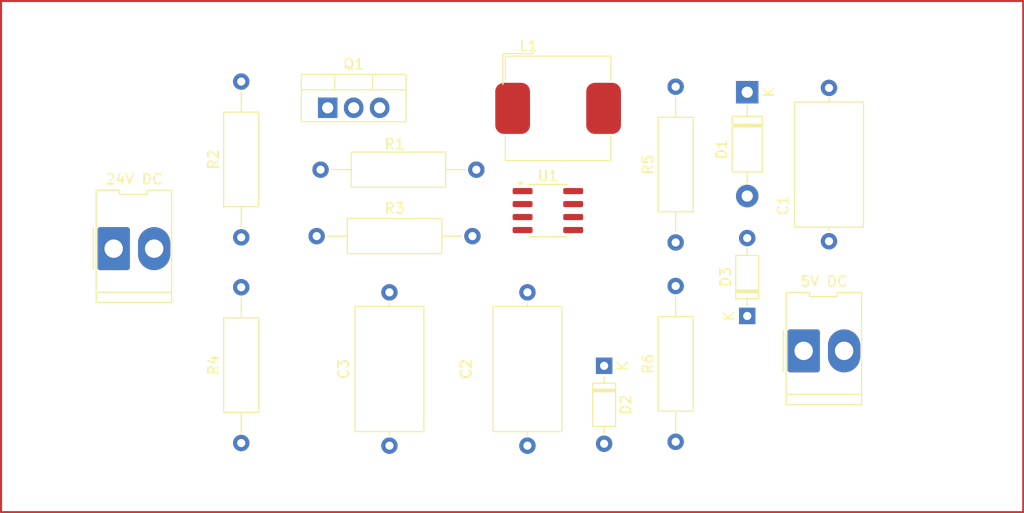
<source format=kicad_pcb>
(kicad_pcb (version 20240108) (generator "pcbnew") (generator_version "8.0")
  (layers (0 "F.Cu" signal) (31 "B.Cu" signal) (34 "B.Paste" user) (35 "F.Paste" user) (36 "B.SilkS" user "B.Silkscreen") (37 "F.SilkS" user "F.Silkscreen") (38 "B.Mask" user) (39 "F.Mask" user) (44 "Edge.Cuts" user))
  (net 0 "")
  (net 1 "GND")
  (net 2 "Net-(D1-K)")
  (net 3 "Net-(D2-K)")
  (net 4 "Net-(D2-A)")
  (net 5 "Net-(D3-A)")
  (net 6 "Net-(Conn_01x02_2-Pin_1)")
  (net 7 "Net-(Q1-G)")
  (net 8 "Net-(U1-CV)")
  (net 9 "Net-(U1-Q)")
  (net 10 "Net-(U1-R)")
  (net 11 "Net-(Conn_01x02_1-Pin_2)")
  (footprint "Resistor_THT:R_Axial_DIN0309_L9.0mm_D3.2mm_P15.24mm_Horizontal" (layer "F.Cu") (at 123.5 93.24 90)
    (property "Reference" "R4" (at 7.62 -2.72 -90) (layer "F.SilkS"))
    (property "Value" "10k")
    (fp_line (start 12.24 -1.72) (end 3 -1.72) (stroke (width 0.12)) (layer "F.SilkS"))
    (fp_line (start 3 -1.72) (end 3 1.72) (stroke (width 0.12)) (layer "F.SilkS"))
    (fp_line (start 14.2 0) (end 12.24 0) (stroke (width 0.12)) (layer "F.SilkS"))
    (fp_line (start 1.04 0) (end 3 0) (stroke (width 0.12)) (layer "F.SilkS"))
    (fp_line (start 12.24 1.72) (end 12.24 -1.72) (stroke (width 0.12)) (layer "F.SilkS"))
    (fp_line (start 3 1.72) (end 12.24 1.72) (stroke (width 0.12)) (layer "F.SilkS"))
    (pad "1" thru_hole circle (at 0 0 90) (size 1.6 1.6) (drill 0.8) (layers "*.Cu" "*.Mask") (net 1 "GND"))
    (pad "2" thru_hole oval (at 15.24 0 90) (size 1.6 1.6) (drill 0.8) (layers "*.Cu" "*.Mask") (net 10 "Net-(U1-R)"))
  )
  (footprint "Resistor_THT:R_Axial_DIN0309_L9.0mm_D3.2mm_P15.24mm_Horizontal" (layer "F.Cu") (at 146.5 66.5 180)
    (property "Reference" "R1" (at 8 2.5 180) (layer "F.SilkS"))
    (property "Value" "3.6k")
    (fp_line (start 14.2 0) (end 12.24 0) (stroke (width 0.12)) (layer "F.SilkS"))
    (fp_line (start 12.24 1.72) (end 12.24 -1.72) (stroke (width 0.12)) (layer "F.SilkS"))
    (fp_line (start 12.24 -1.72) (end 3 -1.72) (stroke (width 0.12)) (layer "F.SilkS"))
    (fp_line (start 3 1.72) (end 12.24 1.72) (stroke (width 0.12)) (layer "F.SilkS"))
    (fp_line (start 3 -1.72) (end 3 1.72) (stroke (width 0.12)) (layer "F.SilkS"))
    (fp_line (start 1.04 0) (end 3 0) (stroke (width 0.12)) (layer "F.SilkS"))
    (pad "1" thru_hole circle (at 0 0 180) (size 1.6 1.6) (drill 0.8) (layers "*.Cu" "*.Mask") (net 9 "Net-(U1-Q)"))
    (pad "2" thru_hole oval (at 15.24 0 180) (size 1.6 1.6) (drill 0.8) (layers "*.Cu" "*.Mask") (net 7 "Net-(Q1-G)"))
  )
  (footprint "Resistor_THT:R_Axial_DIN0309_L9.0mm_D3.2mm_P15.24mm_Horizontal" (layer "F.Cu") (at 130.88 73)
    (property "Reference" "R3" (at 7.62 -2.72 0) (layer "F.SilkS"))
    (property "Value" "10k")
    (fp_line (start 1.04 0) (end 3 0) (stroke (width 0.12)) (layer "F.SilkS"))
    (fp_line (start 3 -1.72) (end 3 1.72) (stroke (width 0.12)) (layer "F.SilkS"))
    (fp_line (start 3 1.72) (end 12.24 1.72) (stroke (width 0.12)) (layer "F.SilkS"))
    (fp_line (start 12.24 -1.72) (end 3 -1.72) (stroke (width 0.12)) (layer "F.SilkS"))
    (fp_line (start 12.24 1.72) (end 12.24 -1.72) (stroke (width 0.12)) (layer "F.SilkS"))
    (fp_line (start 14.2 0) (end 12.24 0) (stroke (width 0.12)) (layer "F.SilkS"))
    (pad "1" thru_hole circle (at 0 0) (size 1.6 1.6) (drill 0.8) (layers "*.Cu" "*.Mask") (net 7 "Net-(Q1-G)"))
    (pad "2" thru_hole oval (at 15.24 0) (size 1.6 1.6) (drill 0.8) (layers "*.Cu" "*.Mask") (net 1 "GND"))
  )
  (footprint "Inductor_SMD:L_Bourns_SRP1050WA" (layer "F.Cu") (at 154.5 60.5)
    (property "Reference" "L1" (at -2.9 -6.09 0) (layer "F.SilkS"))
    (property "Value" "9.15uH")
    (fp_line (start -5.4 -5.35) (end -2.4 -5.35) (stroke (width 0.12)) (layer "F.SilkS"))
    (fp_line (start -5.4 -2.35) (end -5.4 -5.35) (stroke (width 0.12)) (layer "F.SilkS"))
    (fp_line (start -5.16 -5.11) (end -5.16 -2.75) (stroke (width 0.12)) (layer "F.SilkS"))
    (fp_line (start -5.16 -5.11) (end 5.16 -5.11) (stroke (width 0.12)) (layer "F.SilkS"))
    (fp_line (start -5.16 2.75) (end -5.16 5.11) (stroke (width 0.12)) (layer "F.SilkS"))
    (fp_line (start -5.16 5.11) (end 5.16 5.11) (stroke (width 0.12)) (layer "F.SilkS"))
    (fp_line (start 5.16 -5.11) (end 5.16 -2.75) (stroke (width 0.12)) (layer "F.SilkS"))
    (fp_line (start 5.16 2.75) (end 5.16 5.11) (stroke (width 0.12)) (layer "F.SilkS"))
    (pad "1" smd roundrect (at -4.45 0) (size 3.4 5) (layers "F.Cu" "F.Paste" "F.Mask") (net 2 "Net-(D1-K)"))
    (pad "2" smd roundrect (at 4.45 0) (size 3.4 5) (layers "F.Cu" "F.Paste" "F.Mask") (net 6 "Net-(Conn_01x02_2-Pin_1)"))
  )
  (footprint "Diode_THT:D_DO-41_SOD81_P10.16mm_Horizontal" (layer "F.Cu") (at 173 58.92 -90)
    (property "Reference" "D1" (at 5.58 2.5 90) (layer "F.SilkS"))
    (property "Value" "1N5817")
    (fp_line (start 2.36 1.47) (end 7.8 1.47) (stroke (width 0.12)) (layer "F.SilkS"))
    (fp_line (start 7.8 1.47) (end 7.8 -1.47) (stroke (width 0.12)) (layer "F.SilkS"))
    (fp_line (start 1.34 0) (end 2.36 0) (stroke (width 0.12)) (layer "F.SilkS"))
    (fp_line (start 8.82 0) (end 7.8 0) (stroke (width 0.12)) (layer "F.SilkS"))
    (fp_line (start 2.36 -1.47) (end 2.36 1.47) (stroke (width 0.12)) (layer "F.SilkS"))
    (fp_line (start 3.14 -1.47) (end 3.14 1.47) (stroke (width 0.12)) (layer "F.SilkS"))
    (fp_line (start 3.26 -1.47) (end 3.26 1.47) (stroke (width 0.12)) (layer "F.SilkS"))
    (fp_line (start 3.38 -1.47) (end 3.38 1.47) (stroke (width 0.12)) (layer "F.SilkS"))
    (fp_line (start 7.8 -1.47) (end 2.36 -1.47) (stroke (width 0.12)) (layer "F.SilkS"))
    (fp_text user "K" (at 0 -2.1 90) (layer "F.SilkS"))
    (pad "1" thru_hole rect (at 0 0 270) (size 2.2 2.2) (drill 1.1) (layers "*.Cu" "*.Mask") (net 2 "Net-(D1-K)"))
    (pad "2" thru_hole oval (at 10.16 0 270) (size 2.2 2.2) (drill 1.1) (layers "*.Cu" "*.Mask") (net 1 "GND"))
  )
  (footprint "Diode_THT:D_DO-35_SOD27_P7.62mm_Horizontal" (layer "F.Cu") (at 173 80.81 90)
    (property "Reference" "D3" (at 3.81 -2.12 -90) (layer "F.SilkS"))
    (property "Value" "1N914")
    (fp_line (start 5.93 -1.12) (end 1.69 -1.12) (stroke (width 0.12)) (layer "F.SilkS"))
    (fp_line (start 2.53 -1.12) (end 2.53 1.12) (stroke (width 0.12)) (layer "F.SilkS"))
    (fp_line (start 2.41 -1.12) (end 2.41 1.12) (stroke (width 0.12)) (layer "F.SilkS"))
    (fp_line (start 2.29 -1.12) (end 2.29 1.12) (stroke (width 0.12)) (layer "F.SilkS"))
    (fp_line (start 1.69 -1.12) (end 1.69 1.12) (stroke (width 0.12)) (layer "F.SilkS"))
    (fp_line (start 6.58 0) (end 5.93 0) (stroke (width 0.12)) (layer "F.SilkS"))
    (fp_line (start 1.04 0) (end 1.69 0) (stroke (width 0.12)) (layer "F.SilkS"))
    (fp_line (start 5.93 1.12) (end 5.93 -1.12) (stroke (width 0.12)) (layer "F.SilkS"))
    (fp_line (start 1.69 1.12) (end 5.93 1.12) (stroke (width 0.12)) (layer "F.SilkS"))
    (fp_text user "K" (at 0 -1.8 -90) (layer "F.SilkS"))
    (pad "1" thru_hole rect (at 0 0 90) (size 1.6 1.6) (drill 0.8) (layers "*.Cu" "*.Mask") (net 4 "Net-(D2-A)"))
    (pad "2" thru_hole oval (at 7.62 0 90) (size 1.6 1.6) (drill 0.8) (layers "*.Cu" "*.Mask") (net 5 "Net-(D3-A)"))
  )
  (footprint "Capacitor_THT:C_Axial_L12.0mm_D6.5mm_P15.00mm_Horizontal" (layer "F.Cu") (at 181 58.5 -90)
    (property "Reference" "C1" (at 11.5 4.5 90) (layer "F.SilkS"))
    (property "Value" "10.8uF")
    (fp_line (start 1.38 3.37) (end 13.62 3.37) (stroke (width 0.12)) (layer "F.SilkS"))
    (fp_line (start 13.62 3.37) (end 13.62 -3.37) (stroke (width 0.12)) (layer "F.SilkS"))
    (fp_line (start 1.04 0) (end 1.38 0) (stroke (width 0.12)) (layer "F.SilkS"))
    (fp_line (start 13.96 0) (end 13.62 0) (stroke (width 0.12)) (layer "F.SilkS"))
    (fp_line (start 1.38 -3.37) (end 1.38 3.37) (stroke (width 0.12)) (layer "F.SilkS"))
    (fp_line (start 13.62 -3.37) (end 1.38 -3.37) (stroke (width 0.12)) (layer "F.SilkS"))
    (pad "1" thru_hole circle (at 0 0 270) (size 1.6 1.6) (drill 0.8) (layers "*.Cu" "*.Mask") (net 6 "Net-(Conn_01x02_2-Pin_1)"))
    (pad "2" thru_hole oval (at 15 0 270) (size 1.6 1.6) (drill 0.8) (layers "*.Cu" "*.Mask") (net 1 "GND"))
  )
  (footprint "Package_TO_SOT_THT:TO-220-3_Vertical" (layer "F.Cu") (at 131.96 60.445)
    (property "Reference" "Q1" (at 2.54 -4.27 0) (layer "F.SilkS"))
    (property "Value" "IRF540N")
    (fp_line (start -2.58 -3.27) (end -2.58 1.371) (stroke (width 0.12)) (layer "F.SilkS"))
    (fp_line (start -2.58 -3.27) (end 7.66 -3.27) (stroke (width 0.12)) (layer "F.SilkS"))
    (fp_line (start -2.58 -1.76) (end 7.66 -1.76) (stroke (width 0.12)) (layer "F.SilkS"))
    (fp_line (start -2.58 1.371) (end 7.66 1.371) (stroke (width 0.12)) (layer "F.SilkS"))
    (fp_line (start 0.69 -3.27) (end 0.69 -1.76) (stroke (width 0.12)) (layer "F.SilkS"))
    (fp_line (start 4.391 -3.27) (end 4.391 -1.76) (stroke (width 0.12)) (layer "F.SilkS"))
    (fp_line (start 7.66 -3.27) (end 7.66 1.371) (stroke (width 0.12)) (layer "F.SilkS"))
    (pad "1" thru_hole rect (at 0 0) (size 1.905 2) (drill 1.1) (layers "*.Cu" "*.Mask") (net 7 "Net-(Q1-G)"))
    (pad "2" thru_hole oval (at 2.54 0) (size 1.905 2) (drill 1.1) (layers "*.Cu" "*.Mask") (net 11 "Net-(Conn_01x02_1-Pin_2)"))
    (pad "3" thru_hole oval (at 5.08 0) (size 1.905 2) (drill 1.1) (layers "*.Cu" "*.Mask") (net 2 "Net-(D1-K)"))
  )
  (footprint "Connector_Molex:Molex_KK-396_5273-02A_1x02_P3.96mm_Vertical" (layer "F.Cu") (at 178.52 84.225)
    (property "Reference" "5V DC" (at 1.98 -6.8 0) (layer "F.SilkS"))
    (property "Value" "5V DC")
    (fp_line (start -2 -2) (end -2 2) (stroke (width 0.12)) (layer "F.SilkS"))
    (fp_line (start -1.71 -5.71) (end 0.57 -5.71) (stroke (width 0.12)) (layer "F.SilkS"))
    (fp_line (start -1.71 4.26) (end -1.71 -5.71) (stroke (width 0.12)) (layer "F.SilkS"))
    (fp_line (start -1.71 4.26) (end 5.67 4.26) (stroke (width 0.12)) (layer "F.SilkS"))
    (fp_line (start -1.71 5.26) (end -1.71 4.26) (stroke (width 0.12)) (layer "F.SilkS"))
    (fp_line (start 0.57 -5.71) (end 0.57 -5.31) (stroke (width 0.12)) (layer "F.SilkS"))
    (fp_line (start 0.57 -5.31) (end 3.27 -5.31) (stroke (width 0.12)) (layer "F.SilkS"))
    (fp_line (start 3.27 -5.71) (end 5.67 -5.71) (stroke (width 0.12)) (layer "F.SilkS"))
    (fp_line (start 3.27 -5.31) (end 3.27 -5.71) (stroke (width 0.12)) (layer "F.SilkS"))
    (fp_line (start 5.67 -5.71) (end 5.67 5.26) (stroke (width 0.12)) (layer "F.SilkS"))
    (fp_line (start 5.67 5.26) (end -1.71 5.26) (stroke (width 0.12)) (layer "F.SilkS"))
    (pad "1" thru_hole roundrect (at 0 0) (size 3.16 4.2) (drill 1.8) (layers "*.Cu" "*.Mask") (roundrect_rratio 0.079114) (net 6 "Net-(Conn_01x02_2-Pin_1)"))
    (pad "2" thru_hole oval (at 3.96 0) (size 3.16 4.2) (drill 1.8) (layers "*.Cu" "*.Mask") (net 1 "GND"))
  )
  (footprint "Resistor_THT:R_Axial_DIN0309_L9.0mm_D3.2mm_P15.24mm_Horizontal" (layer "F.Cu") (at 123.5 73.12 90)
    (property "Reference" "R2" (at 7.62 -2.72 -90) (layer "F.SilkS"))
    (property "Value" "10k")
    (fp_line (start 12.24 -1.72) (end 3 -1.72) (stroke (width 0.12)) (layer "F.SilkS"))
    (fp_line (start 3 -1.72) (end 3 1.72) (stroke (width 0.12)) (layer "F.SilkS"))
    (fp_line (start 14.2 0) (end 12.24 0) (stroke (width 0.12)) (layer "F.SilkS"))
    (fp_line (start 1.04 0) (end 3 0) (stroke (width 0.12)) (layer "F.SilkS"))
    (fp_line (start 12.24 1.72) (end 12.24 -1.72) (stroke (width 0.12)) (layer "F.SilkS"))
    (fp_line (start 3 1.72) (end 12.24 1.72) (stroke (width 0.12)) (layer "F.SilkS"))
    (pad "1" thru_hole circle (at 0 0 90) (size 1.6 1.6) (drill 0.8) (layers "*.Cu" "*.Mask") (net 10 "Net-(U1-R)"))
    (pad "2" thru_hole oval (at 15.24 0 90) (size 1.6 1.6) (drill 0.8) (layers "*.Cu" "*.Mask") (net 11 "Net-(Conn_01x02_1-Pin_2)"))
  )
  (footprint "Diode_THT:D_DO-35_SOD27_P7.62mm_Horizontal" (layer "F.Cu") (at 159 85.69 -90)
    (property "Reference" "D2" (at 3.81 -2.12 90) (layer "F.SilkS"))
    (property "Value" "1N914")
    (fp_line (start 1.69 1.12) (end 5.93 1.12) (stroke (width 0.12)) (layer "F.SilkS"))
    (fp_line (start 5.93 1.12) (end 5.93 -1.12) (stroke (width 0.12)) (layer "F.SilkS"))
    (fp_line (start 1.04 0) (end 1.69 0) (stroke (width 0.12)) (layer "F.SilkS"))
    (fp_line (start 6.58 0) (end 5.93 0) (stroke (width 0.12)) (layer "F.SilkS"))
    (fp_line (start 1.69 -1.12) (end 1.69 1.12) (stroke (width 0.12)) (layer "F.SilkS"))
    (fp_line (start 2.29 -1.12) (end 2.29 1.12) (stroke (width 0.12)) (layer "F.SilkS"))
    (fp_line (start 2.41 -1.12) (end 2.41 1.12) (stroke (width 0.12)) (layer "F.SilkS"))
    (fp_line (start 2.53 -1.12) (end 2.53 1.12) (stroke (width 0.12)) (layer "F.SilkS"))
    (fp_line (start 5.93 -1.12) (end 1.69 -1.12) (stroke (width 0.12)) (layer "F.SilkS"))
    (fp_text user "K" (at 0 -1.8 90) (layer "F.SilkS"))
    (pad "1" thru_hole rect (at 0 0 270) (size 1.6 1.6) (drill 0.8) (layers "*.Cu" "*.Mask") (net 3 "Net-(D2-K)"))
    (pad "2" thru_hole oval (at 7.62 0 270) (size 1.6 1.6) (drill 0.8) (layers "*.Cu" "*.Mask") (net 4 "Net-(D2-A)"))
  )
  (footprint "Resistor_THT:R_Axial_DIN0309_L9.0mm_D3.2mm_P15.24mm_Horizontal" (layer "F.Cu") (at 166 93.12 90)
    (property "Reference" "R6" (at 7.62 -2.72 -90) (layer "F.SilkS"))
    (property "Value" "10k")
    (fp_line (start 12.24 -1.72) (end 3 -1.72) (stroke (width 0.12)) (layer "F.SilkS"))
    (fp_line (start 3 -1.72) (end 3 1.72) (stroke (width 0.12)) (layer "F.SilkS"))
    (fp_line (start 14.2 0) (end 12.24 0) (stroke (width 0.12)) (layer "F.SilkS"))
    (fp_line (start 1.04 0) (end 3 0) (stroke (width 0.12)) (layer "F.SilkS"))
    (fp_line (start 12.24 1.72) (end 12.24 -1.72) (stroke (width 0.12)) (layer "F.SilkS"))
    (fp_line (start 3 1.72) (end 12.24 1.72) (stroke (width 0.12)) (layer "F.SilkS"))
    (pad "1" thru_hole circle (at 0 0 90) (size 1.6 1.6) (drill 0.8) (layers "*.Cu" "*.Mask") (net 3 "Net-(D2-K)"))
    (pad "2" thru_hole oval (at 15.24 0 90) (size 1.6 1.6) (drill 0.8) (layers "*.Cu" "*.Mask") (net 5 "Net-(D3-A)"))
  )
  (footprint "Capacitor_THT:C_Axial_L12.0mm_D6.5mm_P15.00mm_Horizontal" (layer "F.Cu") (at 151.5 78.5 -90)
    (property "Reference" "C2" (hide yes))
    (property "Value" "0.05uF")
    (fp_line (start 1.38 3.37) (end 13.62 3.37) (stroke (width 0.12)) (layer "F.SilkS"))
    (fp_line (start 13.62 3.37) (end 13.62 -3.37) (stroke (width 0.12)) (layer "F.SilkS"))
    (fp_line (start 1.04 0) (end 1.38 0) (stroke (width 0.12)) (layer "F.SilkS"))
    (fp_line (start 13.96 0) (end 13.62 0) (stroke (width 0.12)) (layer "F.SilkS"))
    (fp_line (start 1.38 -3.37) (end 1.38 3.37) (stroke (width 0.12)) (layer "F.SilkS"))
    (fp_line (start 13.62 -3.37) (end 1.38 -3.37) (stroke (width 0.12)) (layer "F.SilkS"))
    (fp_text user "${REFERENCE}" (at 7.5 6 90) (layer "F.SilkS") (effects (font (thickness 0.2) (bold yes))))
    (pad "1" thru_hole circle (at 0 0 270) (size 1.6 1.6) (drill 0.8) (layers "*.Cu" "*.Mask") (net 4 "Net-(D2-A)"))
    (pad "2" thru_hole oval (at 15 0 270) (size 1.6 1.6) (drill 0.8) (layers "*.Cu" "*.Mask") (net 1 "GND"))
  )
  (footprint "Package_SO:SOIC-8_3.9x4.9mm_P1.27mm" (layer "F.Cu") (at 153.5 70.5)
    (property "Reference" "U1" (at 0 -3.4 0) (layer "F.SilkS"))
    (property "Value" "NE555D")
    (fp_line (start 0 -2.56) (end -1.95 -2.56) (stroke (width 0.12)) (layer "F.SilkS"))
    (fp_line (start 0 -2.56) (end 1.95 -2.56) (stroke (width 0.12)) (layer "F.SilkS"))
    (fp_line (start 0 2.56) (end -1.95 2.56) (stroke (width 0.12)) (layer "F.SilkS"))
    (fp_line (start 0 2.56) (end 1.95 2.56) (stroke (width 0.12)) (layer "F.SilkS"))
    (fp_poly (pts (xy -2.7 -2.465) (xy -2.94 -2.795) (xy -2.46 -2.795) (xy -2.7 -2.465)) (stroke (width 0.12)) (fill solid) (layer "F.SilkS"))
    (pad "1" smd roundrect (at -2.475 -1.905) (size 1.95 0.6) (layers "F.Cu" "F.Paste" "F.Mask") (net 1 "GND"))
    (pad "2" smd roundrect (at -2.475 -0.635) (size 1.95 0.6) (layers "F.Cu" "F.Paste" "F.Mask") (net 4 "Net-(D2-A)"))
    (pad "3" smd roundrect (at -2.475 0.635) (size 1.95 0.6) (layers "F.Cu" "F.Paste" "F.Mask") (net 9 "Net-(U1-Q)"))
    (pad "4" smd roundrect (at -2.475 1.905) (size 1.95 0.6) (layers "F.Cu" "F.Paste" "F.Mask") (net 10 "Net-(U1-R)"))
    (pad "5" smd roundrect (at 2.475 1.905) (size 1.95 0.6) (layers "F.Cu" "F.Paste" "F.Mask") (net 8 "Net-(U1-CV)"))
    (pad "6" smd roundrect (at 2.475 0.635) (size 1.95 0.6) (layers "F.Cu" "F.Paste" "F.Mask") (net 4 "Net-(D2-A)"))
    (pad "7" smd roundrect (at 2.475 -0.635) (size 1.95 0.6) (layers "F.Cu" "F.Paste" "F.Mask") (net 5 "Net-(D3-A)"))
    (pad "8" smd roundrect (at 2.475 -1.905) (size 1.95 0.6) (layers "F.Cu" "F.Paste" "F.Mask") (net 10 "Net-(U1-R)"))
  )
  (footprint "Resistor_THT:R_Axial_DIN0309_L9.0mm_D3.2mm_P15.24mm_Horizontal" (layer "F.Cu") (at 166 73.62 90)
    (property "Reference" "R5" (at 7.62 -2.72 -90) (layer "F.SilkS"))
    (property "Value" "2.7k")
    (fp_line (start 12.24 -1.72) (end 3 -1.72) (stroke (width 0.12)) (layer "F.SilkS"))
    (fp_line (start 3 -1.72) (end 3 1.72) (stroke (width 0.12)) (layer "F.SilkS"))
    (fp_line (start 14.2 0) (end 12.24 0) (stroke (width 0.12)) (layer "F.SilkS"))
    (fp_line (start 1.04 0) (end 3 0) (stroke (width 0.12)) (layer "F.SilkS"))
    (fp_line (start 12.24 1.72) (end 12.24 -1.72) (stroke (width 0.12)) (layer "F.SilkS"))
    (fp_line (start 3 1.72) (end 12.24 1.72) (stroke (width 0.12)) (layer "F.SilkS"))
    (pad "1" thru_hole circle (at 0 0 90) (size 1.6 1.6) (drill 0.8) (layers "*.Cu" "*.Mask") (net 10 "Net-(U1-R)"))
    (pad "2" thru_hole oval (at 15.24 0 90) (size 1.6 1.6) (drill 0.8) (layers "*.Cu" "*.Mask") (net 5 "Net-(D3-A)"))
  )
  (footprint "Capacitor_THT:C_Axial_L12.0mm_D6.5mm_P15.00mm_Horizontal" (layer "F.Cu") (at 138 78.5 -90)
    (property "Reference" "C3" (at 7.5 4.5 90) (layer "F.SilkS"))
    (property "Value" "0.01uF")
    (fp_line (start 1.38 3.37) (end 13.62 3.37) (stroke (width 0.12)) (layer "F.SilkS"))
    (fp_line (start 13.62 3.37) (end 13.62 -3.37) (stroke (width 0.12)) (layer "F.SilkS"))
    (fp_line (start 1.04 0) (end 1.38 0) (stroke (width 0.12)) (layer "F.SilkS"))
    (fp_line (start 13.96 0) (end 13.62 0) (stroke (width 0.12)) (layer "F.SilkS"))
    (fp_line (start 1.38 -3.37) (end 1.38 3.37) (stroke (width 0.12)) (layer "F.SilkS"))
    (fp_line (start 13.62 -3.37) (end 1.38 -3.37) (stroke (width 0.12)) (layer "F.SilkS"))
    (pad "1" thru_hole circle (at 0 0 270) (size 1.6 1.6) (drill 0.8) (layers "*.Cu" "*.Mask") (net 8 "Net-(U1-CV)"))
    (pad "2" thru_hole oval (at 15 0 270) (size 1.6 1.6) (drill 0.8) (layers "*.Cu" "*.Mask") (net 1 "GND"))
  )
  (footprint "Connector_Molex:Molex_KK-396_5273-02A_1x02_P3.96mm_Vertical" (layer "F.Cu") (at 111.02 74.225)
    (property "Reference" "24V DC" (at 1.98 -6.8 0) (layer "F.SilkS"))
    (property "Value" "24V DC")
    (fp_line (start -2 -2) (end -2 2) (stroke (width 0.12)) (layer "F.SilkS"))
    (fp_line (start -1.71 -5.71) (end 0.57 -5.71) (stroke (width 0.12)) (layer "F.SilkS"))
    (fp_line (start -1.71 4.26) (end -1.71 -5.71) (stroke (width 0.12)) (layer "F.SilkS"))
    (fp_line (start -1.71 4.26) (end 5.67 4.26) (stroke (width 0.12)) (layer "F.SilkS"))
    (fp_line (start -1.71 5.26) (end -1.71 4.26) (stroke (width 0.12)) (layer "F.SilkS"))
    (fp_line (start 0.57 -5.71) (end 0.57 -5.31) (stroke (width 0.12)) (layer "F.SilkS"))
    (fp_line (start 0.57 -5.31) (end 3.27 -5.31) (stroke (width 0.12)) (layer "F.SilkS"))
    (fp_line (start 3.27 -5.71) (end 5.67 -5.71) (stroke (width 0.12)) (layer "F.SilkS"))
    (fp_line (start 3.27 -5.31) (end 3.27 -5.71) (stroke (width 0.12)) (layer "F.SilkS"))
    (fp_line (start 5.67 -5.71) (end 5.67 5.26) (stroke (width 0.12)) (layer "F.SilkS"))
    (fp_line (start 5.67 5.26) (end -1.71 5.26) (stroke (width 0.12)) (layer "F.SilkS"))
    (pad "1" thru_hole roundrect (at 0 0) (size 3.16 4.2) (drill 1.8) (layers "*.Cu" "*.Mask") (roundrect_rratio 0.079114) (net 1 "GND"))
    (pad "2" thru_hole oval (at 3.96 0) (size 3.16 4.2) (drill 1.8) (layers "*.Cu" "*.Mask") (net 11 "Net-(Conn_01x02_1-Pin_2)"))
  )
  (gr_rect (start 100 50) (end 200 100) (stroke (width 0.2)) (fill none) (layer "F.Cu"))
)
</source>
